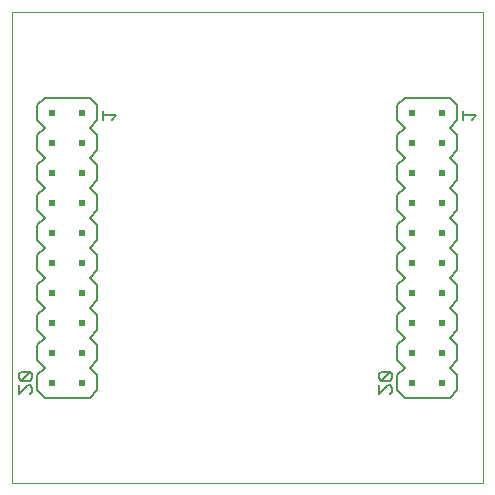
<source format=gbr>
G75*
%MOIN*%
%OFA0B0*%
%FSLAX24Y24*%
%IPPOS*%
%LPD*%
%AMOC8*
5,1,8,0,0,1.08239X$1,22.5*
%
%ADD10C,0.0010*%
%ADD11C,0.0060*%
%ADD12C,0.0050*%
%ADD13R,0.0200X0.0200*%
D10*
X000160Y000160D02*
X000160Y015860D01*
X015860Y015860D01*
X015860Y000160D01*
X000160Y000160D01*
D11*
X001260Y003010D02*
X002760Y003010D01*
X003010Y003260D01*
X003010Y003760D01*
X002760Y004010D01*
X003010Y004260D01*
X003010Y004760D01*
X002760Y005010D01*
X003010Y005260D01*
X003010Y005760D01*
X002760Y006010D01*
X003010Y006260D01*
X003010Y006760D01*
X002760Y007010D01*
X003010Y007260D01*
X003010Y007760D01*
X002760Y008010D01*
X003010Y008260D01*
X003010Y008760D01*
X002760Y009010D01*
X003010Y009260D01*
X003010Y009760D01*
X002760Y010010D01*
X003010Y010260D01*
X003010Y010760D01*
X002760Y011010D01*
X003010Y011260D01*
X003010Y011760D01*
X002760Y012010D01*
X003010Y012260D01*
X003010Y012760D01*
X002760Y013010D01*
X001260Y013010D01*
X001010Y012760D01*
X001010Y012260D01*
X001260Y012010D01*
X001010Y011760D01*
X001010Y011260D01*
X001260Y011010D01*
X001010Y010760D01*
X001010Y010260D01*
X001260Y010010D01*
X001010Y009760D01*
X001010Y009260D01*
X001260Y009010D01*
X001010Y008760D01*
X001010Y008260D01*
X001260Y008010D01*
X001010Y007760D01*
X001010Y007260D01*
X001260Y007010D01*
X001010Y006760D01*
X001010Y006260D01*
X001260Y006010D01*
X001010Y005760D01*
X001010Y005260D01*
X001260Y005010D01*
X001010Y004760D01*
X001010Y004260D01*
X001260Y004010D01*
X001010Y003760D01*
X001010Y003260D01*
X001260Y003010D01*
X013010Y003260D02*
X013010Y003760D01*
X013260Y004010D01*
X013010Y004260D01*
X013010Y004760D01*
X013260Y005010D01*
X013010Y005260D01*
X013010Y005760D01*
X013260Y006010D01*
X013010Y006260D01*
X013010Y006760D01*
X013260Y007010D01*
X013010Y007260D01*
X013010Y007760D01*
X013260Y008010D01*
X013010Y008260D01*
X013010Y008760D01*
X013260Y009010D01*
X013010Y009260D01*
X013010Y009760D01*
X013260Y010010D01*
X013010Y010260D01*
X013010Y010760D01*
X013260Y011010D01*
X013010Y011260D01*
X013010Y011760D01*
X013260Y012010D01*
X013010Y012260D01*
X013010Y012760D01*
X013260Y013010D01*
X014760Y013010D01*
X015010Y012760D01*
X015010Y012260D01*
X014760Y012010D01*
X015010Y011760D01*
X015010Y011260D01*
X014760Y011010D01*
X015010Y010760D01*
X015010Y010260D01*
X014760Y010010D01*
X015010Y009760D01*
X015010Y009260D01*
X014760Y009010D01*
X015010Y008760D01*
X015010Y008260D01*
X014760Y008010D01*
X015010Y007760D01*
X015010Y007260D01*
X014760Y007010D01*
X015010Y006760D01*
X015010Y006260D01*
X014760Y006010D01*
X015010Y005760D01*
X015010Y005260D01*
X014760Y005010D01*
X015010Y004760D01*
X015010Y004260D01*
X014760Y004010D01*
X015010Y003760D01*
X015010Y003260D01*
X014760Y003010D01*
X013260Y003010D01*
X013010Y003260D01*
D12*
X012835Y003189D02*
X012760Y003114D01*
X012835Y003189D02*
X012835Y003339D01*
X012760Y003414D01*
X012685Y003414D01*
X012385Y003114D01*
X012385Y003414D01*
X012460Y003575D02*
X012760Y003875D01*
X012460Y003875D01*
X012385Y003800D01*
X012385Y003650D01*
X012460Y003575D01*
X012760Y003575D01*
X012835Y003650D01*
X012835Y003800D01*
X012760Y003875D01*
X015185Y012275D02*
X015185Y012575D01*
X015185Y012425D02*
X015635Y012425D01*
X015485Y012275D01*
X003635Y012425D02*
X003185Y012425D01*
X003185Y012275D02*
X003185Y012575D01*
X003485Y012275D02*
X003635Y012425D01*
X000760Y003875D02*
X000460Y003875D01*
X000385Y003800D01*
X000385Y003650D01*
X000460Y003575D01*
X000760Y003875D01*
X000835Y003800D01*
X000835Y003650D01*
X000760Y003575D01*
X000460Y003575D01*
X000385Y003414D02*
X000385Y003114D01*
X000685Y003414D01*
X000760Y003414D01*
X000835Y003339D01*
X000835Y003189D01*
X000760Y003114D01*
D13*
X001510Y003510D03*
X002510Y003510D03*
X002510Y004510D03*
X002510Y005510D03*
X002510Y006510D03*
X002510Y007510D03*
X001510Y007510D03*
X001510Y006510D03*
X001510Y005510D03*
X001510Y004510D03*
X001510Y008510D03*
X001510Y009510D03*
X001510Y010510D03*
X001510Y011510D03*
X002510Y011510D03*
X002510Y010510D03*
X002510Y009510D03*
X002510Y008510D03*
X002510Y012510D03*
X001510Y012510D03*
X013510Y012510D03*
X014510Y012510D03*
X014510Y011510D03*
X014510Y010510D03*
X014510Y009510D03*
X014510Y008510D03*
X013510Y008510D03*
X013510Y009510D03*
X013510Y010510D03*
X013510Y011510D03*
X013510Y007510D03*
X013510Y006510D03*
X013510Y005510D03*
X013510Y004510D03*
X014510Y004510D03*
X014510Y005510D03*
X014510Y006510D03*
X014510Y007510D03*
X014510Y003510D03*
X013510Y003510D03*
M02*

</source>
